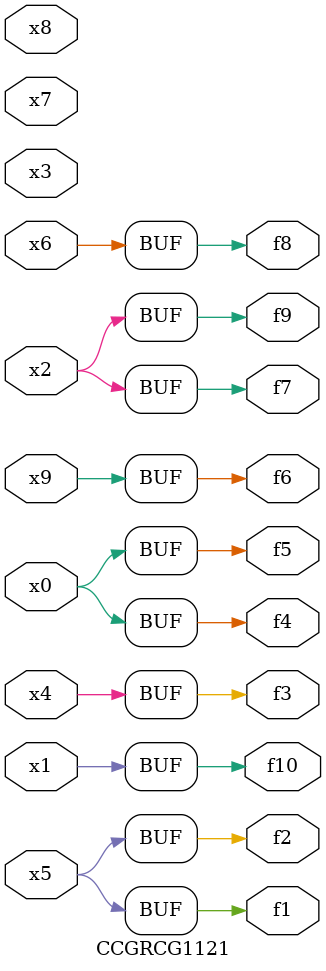
<source format=v>
module CCGRCG1121(
	input x0, x1, x2, x3, x4, x5, x6, x7, x8, x9,
	output f1, f2, f3, f4, f5, f6, f7, f8, f9, f10
);
	assign f1 = x5;
	assign f2 = x5;
	assign f3 = x4;
	assign f4 = x0;
	assign f5 = x0;
	assign f6 = x9;
	assign f7 = x2;
	assign f8 = x6;
	assign f9 = x2;
	assign f10 = x1;
endmodule

</source>
